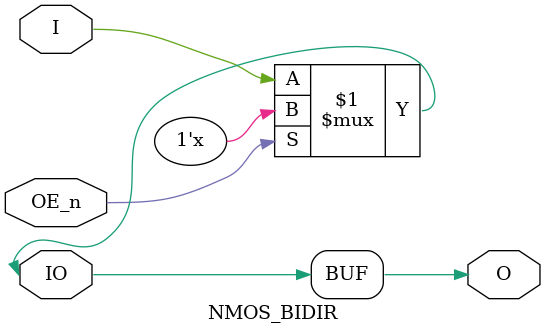
<source format=v>
module NMOS_BIDIR
(
    input  OE_n, // Output enable
    input  I,    // Input
    output O,    // Output
    inout  IO    // Bidir
);

    assign IO = (OE_n) ? 1'bZ : I;
    assign O  = IO;

endmodule

</source>
